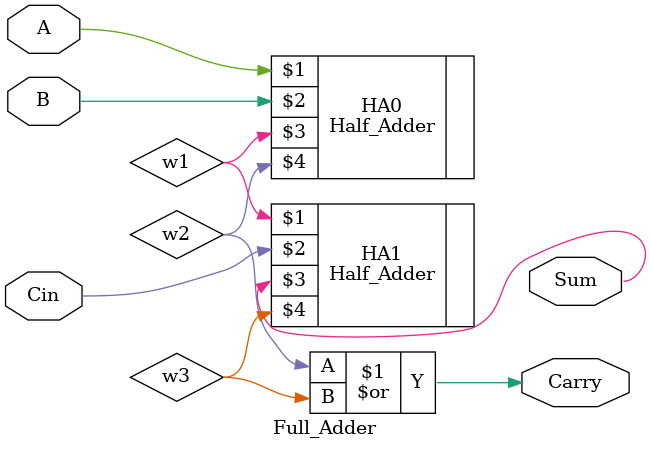
<source format=v>
`timescale 1ns / 1ps


module Full_Adder(
    input A,
    input B,
    input Cin,
    output Sum,
    output Carry
    );
    
    wire w1, w2, w3;
    
    Half_Adder HA0 (A, B, w1, w2);  //Order based instantiation
    //Half_Adder HA0 (.A(A), .B(B), .Sum(w1), .Carry(w2))  //Name based instantiation
    
    Half_Adder HA1 (w1, Cin, Sum, w3);
    
    or OR1 (Carry, w2, w3);
    
endmodule


</source>
